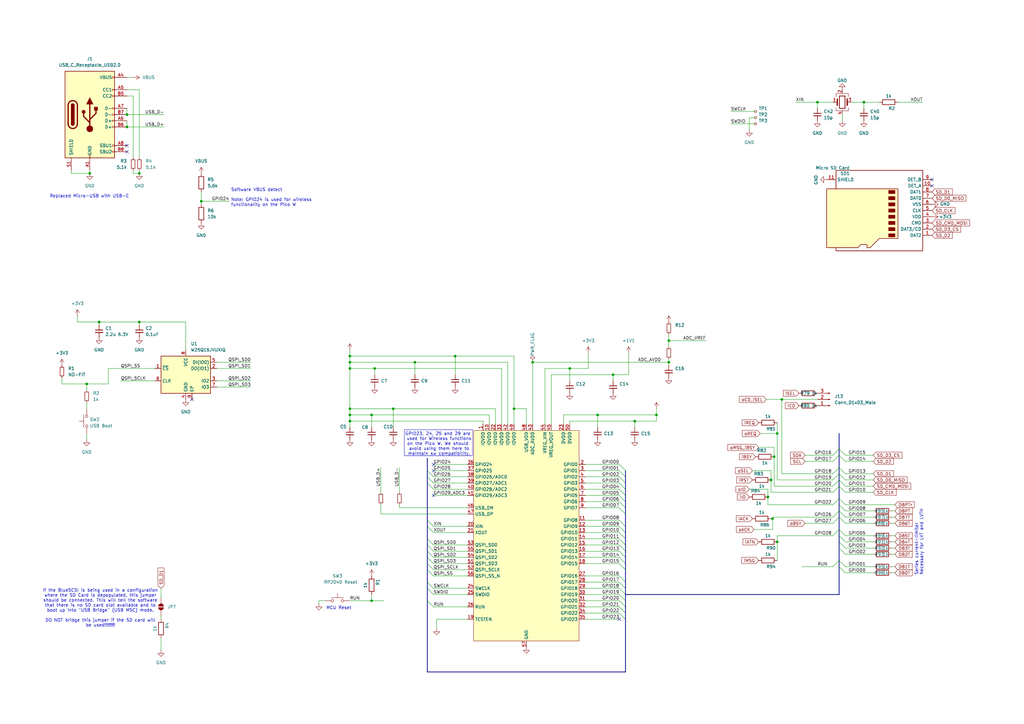
<source format=kicad_sch>
(kicad_sch (version 20231120) (generator "eeschema") (generator_version "8.0")
  (paper "A3")
  (junction (at 314.96 203.835))
  (junction (at 260.35 172.72))
  (junction (at 170.18 148.59))
  (junction (at 210.82 167.64))
  (junction (at 143.51 170.18))
  (junction (at 153.67 151.13))
  (junction (at 82.55 82.55))
  (junction (at 318.77 222.25))
  (junction (at 335.28 41.91))
  (junction (at 186.69 146.05))
  (junction (at 320.675 163.83))
  (junction (at 52.07 52.07))
  (junction (at 152.4 246.38))
  (junction (at 143.51 167.64))
  (junction (at 316.23 196.85))
  (junction (at 354.33 41.91))
  (junction (at 245.11 170.18))
  (junction (at 316.865 212.725))
  (junction (at 40.64 132.08))
  (junction (at 143.51 172.72))
  (junction (at 36.83 71.12))
  (junction (at 318.77 177.8))
  (junction (at 269.24 170.18))
  (junction (at 52.07 46.99))
  (junction (at 218.44 148.59))
  (junction (at 35.56 157.48))
  (junction (at 143.51 146.05))
  (junction (at 143.51 148.59))
  (junction (at 317.5 187.325))
  (junction (at 57.15 71.12))
  (junction (at 57.15 132.08))
  (junction (at 274.32 139.7))
  (junction (at 143.51 151.13))
  (junction (at 233.68 151.13))
  (junction (at 251.46 153.67))
  (junction (at 161.29 167.64))
  (junction (at 152.4 170.18))
  (junction (at 274.32 148.59))
  (no_connect (at 177.8 190.5))
  (no_connect (at 254 254))
  (no_connect (at 382.27 76.2))
  (no_connect (at 177.8 203.2))
  (no_connect (at 78.74 163.83))
  (no_connect (at 177.8 193.04))
  (no_connect (at 52.07 59.69))
  (no_connect (at 52.07 62.23))
  (no_connect (at 382.27 73.66))
  (bus_entry (at 254 200.66) (size 2.54 2.54))
  (bus_entry (at 175.26 246.38) (size 2.54 2.54))
  (bus_entry (at 344.17 222.25) (size 2.54 2.54))
  (bus_entry (at 254 248.92) (size 2.54 2.54))
  (bus_entry (at 254 226.06) (size 2.54 2.54))
  (bus_entry (at 254 198.12) (size 2.54 2.54))
  (bus_entry (at 341.63 219.71) (size 2.54 -2.54))
  (bus_entry (at 254 238.76) (size 2.54 2.54))
  (bus_entry (at 344.17 232.41) (size 2.54 2.54))
  (bus_entry (at 344.17 219.71) (size 2.54 2.54))
  (bus_entry (at 175.26 213.36) (size 2.54 2.54))
  (bus_entry (at 341.63 207.01) (size 2.54 -2.54))
  (bus_entry (at 175.26 193.04) (size 2.54 2.54))
  (bus_entry (at 175.26 195.58) (size 2.54 2.54))
  (bus_entry (at 341.63 194.31) (size 2.54 -2.54))
  (bus_entry (at 344.17 196.85) (size 2.54 2.54))
  (bus_entry (at 175.26 226.06) (size 2.54 2.54))
  (bus_entry (at 175.26 223.52) (size 2.54 2.54))
  (bus_entry (at 175.26 233.68) (size 2.54 2.54))
  (bus_entry (at 344.17 186.69) (size 2.54 2.54))
  (bus_entry (at 175.26 241.3) (size 2.54 2.54))
  (bus_entry (at 341.63 232.41) (size 2.54 -2.54))
  (bus_entry (at 344.17 199.39) (size 2.54 2.54))
  (bus_entry (at 344.17 204.47) (size 2.54 2.54))
  (bus_entry (at 254 228.6) (size 2.54 2.54))
  (bus_entry (at 254 236.22) (size 2.54 2.54))
  (bus_entry (at 344.17 194.31) (size 2.54 2.54))
  (bus_entry (at 254 218.44) (size 2.54 2.54))
  (bus_entry (at 254 246.38) (size 2.54 2.54))
  (bus_entry (at 254 193.04) (size 2.54 2.54))
  (bus_entry (at 254 215.9) (size 2.54 2.54))
  (bus_entry (at 344.17 217.17) (size 2.54 2.54))
  (bus_entry (at 254 190.5) (size 2.54 2.54))
  (bus_entry (at 344.17 184.15) (size 2.54 2.54))
  (bus_entry (at 254 223.52) (size 2.54 2.54))
  (bus_entry (at 254 241.3) (size 2.54 2.54))
  (bus_entry (at 341.63 189.23) (size 2.54 -2.54))
  (bus_entry (at 344.17 212.09) (size 2.54 2.54))
  (bus_entry (at 175.26 238.76) (size 2.54 2.54))
  (bus_entry (at 254 251.46) (size 2.54 2.54))
  (bus_entry (at 344.17 191.77) (size 2.54 2.54))
  (bus_entry (at 254 205.74) (size 2.54 2.54))
  (bus_entry (at 254 195.58) (size 2.54 2.54))
  (bus_entry (at 254 203.2) (size 2.54 2.54))
  (bus_entry (at 175.26 220.98) (size 2.54 2.54))
  (bus_entry (at 344.17 207.01) (size 2.54 2.54))
  (bus_entry (at 254 220.98) (size 2.54 2.54))
  (bus_entry (at 344.17 209.55) (size 2.54 2.54))
  (bus_entry (at 254 231.14) (size 2.54 2.54))
  (bus_entry (at 175.26 231.14) (size 2.54 2.54))
  (bus_entry (at 254 243.84) (size 2.54 2.54))
  (bus_entry (at 344.17 224.79) (size 2.54 2.54))
  (bus_entry (at 175.26 228.6) (size 2.54 2.54))
  (bus_entry (at 341.63 212.09) (size 2.54 -2.54))
  (bus_entry (at 341.63 201.93) (size 2.54 -2.54))
  (bus_entry (at 341.63 199.39) (size 2.54 -2.54))
  (bus_entry (at 344.17 229.87) (size 2.54 2.54))
  (bus_entry (at 175.26 198.12) (size 2.54 2.54))
  (bus_entry (at 341.63 186.69) (size 2.54 -2.54))
  (bus_entry (at 254 208.28) (size 2.54 2.54))
  (bus_entry (at 254 213.36) (size 2.54 2.54))
  (bus_entry (at 341.63 214.63) (size 2.54 -2.54))
  (bus_entry (at 175.26 215.9) (size 2.54 2.54))
  (bus_entry (at 341.63 196.85) (size 2.54 -2.54))
  (wire (pts (xy 367.03 209.55) (xy 365.76 209.55)))
  (wire (pts (xy 143.51 172.72) (xy 143.51 170.18)))
  (bus (pts (xy 175.26 193.04) (xy 175.26 195.58)))
  (bus (pts (xy 344.17 204.47) (xy 344.17 207.01)))
  (wire (pts (xy 326.39 41.91) (xy 335.28 41.91)))
  (bus (pts (xy 256.54 243.84) (xy 256.54 246.38)))
  (wire (pts (xy 49.53 156.21) (xy 63.5 156.21)))
  (bus (pts (xy 256.54 233.68) (xy 256.54 238.76)))
  (wire (pts (xy 177.8 223.52) (xy 191.77 223.52)))
  (wire (pts (xy 316.23 193.04) (xy 316.23 196.85)))
  (wire (pts (xy 367.03 214.63) (xy 365.76 214.63)))
  (wire (pts (xy 360.68 41.91) (xy 354.33 41.91)))
  (wire (pts (xy 240.03 193.04) (xy 254 193.04)))
  (wire (pts (xy 240.03 236.22) (xy 254 236.22)))
  (wire (pts (xy 76.2 132.08) (xy 76.2 143.51)))
  (wire (pts (xy 25.4 157.48) (xy 35.56 157.48)))
  (wire (pts (xy 35.56 157.48) (xy 35.56 160.02)))
  (wire (pts (xy 31.75 132.08) (xy 40.64 132.08)))
  (bus (pts (xy 175.26 228.6) (xy 175.26 231.14)))
  (bus (pts (xy 256.54 198.12) (xy 256.54 200.66)))
  (wire (pts (xy 163.83 191.77) (xy 163.83 201.93)))
  (wire (pts (xy 318.77 177.8) (xy 318.77 196.85)))
  (wire (pts (xy 177.8 228.6) (xy 191.77 228.6)))
  (wire (pts (xy 143.51 151.13) (xy 143.51 148.59)))
  (wire (pts (xy 318.77 196.85) (xy 341.63 196.85)))
  (bus (pts (xy 175.26 241.3) (xy 175.26 246.38)))
  (wire (pts (xy 378.46 41.91) (xy 368.3 41.91)))
  (wire (pts (xy 44.45 157.48) (xy 35.56 157.48)))
  (wire (pts (xy 233.68 151.13) (xy 233.68 156.21)))
  (bus (pts (xy 344.17 209.55) (xy 344.17 212.09)))
  (bus (pts (xy 256.54 243.84) (xy 344.17 243.84)))
  (wire (pts (xy 269.24 170.18) (xy 269.24 172.72)))
  (bus (pts (xy 175.26 233.68) (xy 175.26 238.76)))
  (bus (pts (xy 175.26 220.98) (xy 175.26 223.52)))
  (wire (pts (xy 143.51 170.18) (xy 152.4 170.18)))
  (bus (pts (xy 344.17 186.69) (xy 344.17 191.77)))
  (wire (pts (xy 367.03 224.79) (xy 365.76 224.79)))
  (wire (pts (xy 346.71 194.31) (xy 358.14 194.31)))
  (wire (pts (xy 330.2 186.69) (xy 341.63 186.69)))
  (wire (pts (xy 161.29 167.64) (xy 203.2 167.64)))
  (wire (pts (xy 346.71 227.33) (xy 358.14 227.33)))
  (wire (pts (xy 223.52 151.13) (xy 233.68 151.13)))
  (wire (pts (xy 316.865 212.09) (xy 341.63 212.09)))
  (wire (pts (xy 314.96 207.01) (xy 341.63 207.01)))
  (bus (pts (xy 344.17 191.77) (xy 344.17 194.31)))
  (wire (pts (xy 308.61 193.04) (xy 316.23 193.04)))
  (wire (pts (xy 274.32 139.7) (xy 289.56 139.7)))
  (wire (pts (xy 317.5 199.39) (xy 341.63 199.39)))
  (wire (pts (xy 318.77 219.71) (xy 318.77 222.25)))
  (wire (pts (xy 346.71 212.09) (xy 358.14 212.09)))
  (wire (pts (xy 311.15 183.515) (xy 317.5 183.515)))
  (bus (pts (xy 256.54 208.28) (xy 256.54 210.82)))
  (wire (pts (xy 177.8 195.58) (xy 191.77 195.58)))
  (wire (pts (xy 170.18 148.59) (xy 208.28 148.59)))
  (wire (pts (xy 318.77 222.25) (xy 318.77 229.87)))
  (wire (pts (xy 52.07 44.45) (xy 52.07 46.99)))
  (wire (pts (xy 208.28 148.59) (xy 208.28 173.99)))
  (wire (pts (xy 88.9 156.21) (xy 102.87 156.21)))
  (wire (pts (xy 143.51 170.18) (xy 143.51 167.64)))
  (wire (pts (xy 314.325 163.83) (xy 320.675 163.83)))
  (wire (pts (xy 240.03 223.52) (xy 254 223.52)))
  (wire (pts (xy 44.45 151.13) (xy 44.45 157.48)))
  (bus (pts (xy 344.17 199.39) (xy 344.17 204.47)))
  (wire (pts (xy 316.23 201.93) (xy 316.23 196.85)))
  (wire (pts (xy 57.15 36.83) (xy 57.15 64.77)))
  (wire (pts (xy 223.52 151.13) (xy 223.52 173.99)))
  (wire (pts (xy 316.865 217.17) (xy 316.865 212.725)))
  (wire (pts (xy 274.32 148.59) (xy 274.32 149.86)))
  (wire (pts (xy 52.07 49.53) (xy 52.07 52.07)))
  (wire (pts (xy 240.03 228.6) (xy 254 228.6)))
  (wire (pts (xy 346.71 214.63) (xy 358.14 214.63)))
  (wire (pts (xy 311.785 177.8) (xy 318.77 177.8)))
  (wire (pts (xy 66.04 261.62) (xy 66.04 266.7)))
  (wire (pts (xy 260.35 172.72) (xy 269.24 172.72)))
  (bus (pts (xy 175.26 198.12) (xy 175.26 213.36)))
  (bus (pts (xy 344.17 194.31) (xy 344.17 196.85)))
  (wire (pts (xy 307.34 200.66) (xy 314.96 200.66)))
  (wire (pts (xy 177.8 236.22) (xy 191.77 236.22)))
  (wire (pts (xy 269.24 167.64) (xy 269.24 170.18)))
  (wire (pts (xy 35.56 167.64) (xy 35.56 165.1)))
  (wire (pts (xy 177.8 203.2) (xy 191.77 203.2)))
  (bus (pts (xy 256.54 215.9) (xy 256.54 218.44)))
  (wire (pts (xy 52.07 46.99) (xy 67.31 46.99)))
  (wire (pts (xy 40.64 132.08) (xy 57.15 132.08)))
  (wire (pts (xy 36.83 69.85) (xy 36.83 71.12)))
  (wire (pts (xy 257.81 144.78) (xy 257.81 153.67)))
  (wire (pts (xy 240.03 241.3) (xy 254 241.3)))
  (wire (pts (xy 318.77 173.355) (xy 318.77 177.8)))
  (wire (pts (xy 345.44 49.53) (xy 345.44 46.99)))
  (bus (pts (xy 344.17 229.87) (xy 344.17 232.41)))
  (wire (pts (xy 40.64 132.08) (xy 40.64 133.35)))
  (wire (pts (xy 251.46 153.67) (xy 257.81 153.67)))
  (wire (pts (xy 367.03 219.71) (xy 365.76 219.71)))
  (wire (pts (xy 177.8 241.3) (xy 191.77 241.3)))
  (wire (pts (xy 233.68 173.99) (xy 233.68 172.72)))
  (wire (pts (xy 354.33 41.91) (xy 354.33 44.45)))
  (wire (pts (xy 82.55 82.55) (xy 93.98 82.55)))
  (wire (pts (xy 177.8 248.92) (xy 191.77 248.92)))
  (wire (pts (xy 177.8 198.12) (xy 191.77 198.12)))
  (wire (pts (xy 52.07 31.75) (xy 54.61 31.75)))
  (wire (pts (xy 233.68 151.13) (xy 241.3 151.13)))
  (wire (pts (xy 314.96 200.66) (xy 314.96 203.835)))
  (bus (pts (xy 256.54 241.3) (xy 256.54 243.84)))
  (wire (pts (xy 367.03 234.95) (xy 365.76 234.95)))
  (wire (pts (xy 82.55 82.55) (xy 82.55 83.82)))
  (wire (pts (xy 205.74 151.13) (xy 205.74 173.99)))
  (bus (pts (xy 256.54 228.6) (xy 256.54 231.14)))
  (wire (pts (xy 346.71 219.71) (xy 358.14 219.71)))
  (bus (pts (xy 344.17 222.25) (xy 344.17 224.79)))
  (wire (pts (xy 143.51 167.64) (xy 143.51 151.13)))
  (wire (pts (xy 367.03 227.33) (xy 365.76 227.33)))
  (wire (pts (xy 44.45 151.13) (xy 63.5 151.13)))
  (wire (pts (xy 179.07 254) (xy 179.07 257.81)))
  (wire (pts (xy 240.03 200.66) (xy 254 200.66)))
  (wire (pts (xy 215.9 167.64) (xy 210.82 167.64)))
  (bus (pts (xy 256.54 210.82) (xy 256.54 215.9)))
  (wire (pts (xy 316.23 201.93) (xy 341.63 201.93)))
  (wire (pts (xy 314.96 207.01) (xy 314.96 203.835)))
  (wire (pts (xy 240.03 231.14) (xy 254 231.14)))
  (wire (pts (xy 245.11 170.18) (xy 245.11 175.26)))
  (bus (pts (xy 256.54 218.44) (xy 256.54 220.98)))
  (wire (pts (xy 240.03 218.44) (xy 254 218.44)))
  (wire (pts (xy 186.69 146.05) (xy 210.82 146.05)))
  (wire (pts (xy 156.21 210.82) (xy 191.77 210.82)))
  (wire (pts (xy 328.93 232.41) (xy 341.63 232.41)))
  (wire (pts (xy 346.71 199.39) (xy 358.14 199.39)))
  (wire (pts (xy 29.21 71.12) (xy 36.83 71.12)))
  (wire (pts (xy 335.28 44.45) (xy 335.28 41.91)))
  (bus (pts (xy 256.54 223.52) (xy 256.54 226.06)))
  (wire (pts (xy 240.03 215.9) (xy 254 215.9)))
  (wire (pts (xy 346.71 209.55) (xy 358.14 209.55)))
  (wire (pts (xy 153.67 151.13) (xy 205.74 151.13)))
  (wire (pts (xy 233.68 172.72) (xy 260.35 172.72)))
  (wire (pts (xy 156.21 191.77) (xy 156.21 201.93)))
  (wire (pts (xy 177.8 231.14) (xy 191.77 231.14)))
  (wire (pts (xy 82.55 78.74) (xy 82.55 82.55)))
  (wire (pts (xy 317.5 199.39) (xy 317.5 187.325)))
  (wire (pts (xy 240.03 205.74) (xy 254 205.74)))
  (bus (pts (xy 256.54 248.92) (xy 256.54 251.46)))
  (wire (pts (xy 245.11 170.18) (xy 269.24 170.18)))
  (wire (pts (xy 156.21 210.82) (xy 156.21 207.01)))
  (wire (pts (xy 143.51 167.64) (xy 161.29 167.64)))
  (bus (pts (xy 175.26 223.52) (xy 175.26 226.06)))
  (wire (pts (xy 240.03 190.5) (xy 254 190.5)))
  (wire (pts (xy 88.9 158.75) (xy 102.87 158.75)))
  (wire (pts (xy 203.2 167.64) (xy 203.2 173.99)))
  (wire (pts (xy 152.4 170.18) (xy 200.66 170.18)))
  (wire (pts (xy 240.03 213.36) (xy 254 213.36)))
  (bus (pts (xy 344.17 207.01) (xy 344.17 209.55)))
  (wire (pts (xy 143.51 146.05) (xy 186.69 146.05)))
  (wire (pts (xy 317.5 183.515) (xy 317.5 187.325)))
  (wire (pts (xy 52.07 36.83) (xy 57.15 36.83)))
  (wire (pts (xy 152.4 243.84) (xy 152.4 246.38)))
  (wire (pts (xy 177.8 190.5) (xy 191.77 190.5)))
  (wire (pts (xy 320.675 163.83) (xy 335.28 163.83)))
  (wire (pts (xy 274.32 147.32) (xy 274.32 148.59)))
  (wire (pts (xy 346.71 207.01) (xy 367.03 207.01)))
  (wire (pts (xy 143.51 148.59) (xy 143.51 146.05)))
  (wire (pts (xy 52.07 52.07) (xy 67.31 52.07)))
  (bus (pts (xy 175.26 226.06) (xy 175.26 228.6)))
  (wire (pts (xy 57.15 69.85) (xy 57.15 71.12)))
  (wire (pts (xy 346.71 222.25) (xy 358.14 222.25)))
  (bus (pts (xy 256.54 238.76) (xy 256.54 241.3)))
  (wire (pts (xy 177.8 233.68) (xy 191.77 233.68)))
  (wire (pts (xy 35.56 177.8) (xy 35.56 180.34)))
  (wire (pts (xy 54.61 69.85) (xy 54.61 71.12)))
  (bus (pts (xy 256.54 193.04) (xy 256.54 195.58)))
  (wire (pts (xy 54.61 39.37) (xy 54.61 64.77)))
  (wire (pts (xy 25.4 157.48) (xy 25.4 154.94)))
  (wire (pts (xy 320.675 194.31) (xy 341.63 194.31)))
  (wire (pts (xy 240.03 243.84) (xy 254 243.84)))
  (bus (pts (xy 256.54 205.74) (xy 256.54 208.28)))
  (wire (pts (xy 29.21 69.85) (xy 29.21 71.12)))
  (wire (pts (xy 346.71 234.95) (xy 358.14 234.95)))
  (wire (pts (xy 161.29 167.64) (xy 161.29 175.26)))
  (bus (pts (xy 344.17 224.79) (xy 344.17 229.87)))
  (wire (pts (xy 354.33 41.91) (xy 349.25 41.91)))
  (bus (pts (xy 256.54 226.06) (xy 256.54 228.6)))
  (wire (pts (xy 210.82 167.64) (xy 210.82 173.99)))
  (wire (pts (xy 346.71 232.41) (xy 358.14 232.41)))
  (wire (pts (xy 57.15 132.08) (xy 57.15 133.35)))
  (wire (pts (xy 177.8 243.84) (xy 191.77 243.84)))
  (wire (pts (xy 226.06 153.67) (xy 226.06 173.99)))
  (bus (pts (xy 344.17 232.41) (xy 344.17 243.84)))
  (wire (pts (xy 153.67 151.13) (xy 153.67 153.67)))
  (wire (pts (xy 152.4 170.18) (xy 152.4 175.26)))
  (bus (pts (xy 344.17 212.09) (xy 344.17 217.17)))
  (wire (pts (xy 299.72 50.8) (xy 309.88 50.8)))
  (wire (pts (xy 241.3 144.78) (xy 241.3 151.13)))
  (bus (pts (xy 344.17 184.15) (xy 344.17 186.69)))
  (wire (pts (xy 88.9 148.59) (xy 102.87 148.59)))
  (bus (pts (xy 175.26 231.14) (xy 175.26 233.68)))
  (bus (pts (xy 256.54 231.14) (xy 256.54 233.68)))
  (wire (pts (xy 231.14 170.18) (xy 245.11 170.18)))
  (wire (pts (xy 367.03 232.41) (xy 365.76 232.41)))
  (wire (pts (xy 240.03 226.06) (xy 254 226.06)))
  (wire (pts (xy 163.83 207.01) (xy 163.83 208.28)))
  (bus (pts (xy 256.54 203.2) (xy 256.54 205.74)))
  (wire (pts (xy 152.4 246.38) (xy 157.48 246.38)))
  (bus (pts (xy 344.17 177.8) (xy 344.17 184.15)))
  (bus (pts (xy 175.26 187.96) (xy 175.26 193.04)))
  (wire (pts (xy 240.03 254) (xy 254 254)))
  (wire (pts (xy 163.83 208.28) (xy 191.77 208.28)))
  (wire (pts (xy 198.12 173.99) (xy 198.12 172.72)))
  (wire (pts (xy 318.77 219.71) (xy 341.63 219.71)))
  (wire (pts (xy 179.07 254) (xy 191.77 254)))
  (wire (pts (xy 240.03 248.92) (xy 254 248.92)))
  (wire (pts (xy 231.14 173.99) (xy 231.14 170.18)))
  (bus (pts (xy 256.54 200.66) (xy 256.54 203.2)))
  (wire (pts (xy 210.82 146.05) (xy 210.82 167.64)))
  (wire (pts (xy 330.2 189.23) (xy 341.63 189.23)))
  (wire (pts (xy 316.23 212.725) (xy 316.865 212.725)))
  (wire (pts (xy 240.03 251.46) (xy 254 251.46)))
  (wire (pts (xy 31.75 129.54) (xy 31.75 132.08)))
  (wire (pts (xy 240.03 220.98) (xy 254 220.98)))
  (wire (pts (xy 66.04 241.3) (xy 66.04 245.11)))
  (wire (pts (xy 335.28 41.91) (xy 341.63 41.91)))
  (wire (pts (xy 346.71 201.93) (xy 358.14 201.93)))
  (wire (pts (xy 130.81 246.38) (xy 130.81 247.65)))
  (wire (pts (xy 320.675 163.83) (xy 320.675 194.31)))
  (bus (pts (xy 256.54 254) (xy 256.54 275.59)))
  (wire (pts (xy 218.44 148.59) (xy 218.44 173.99)))
  (wire (pts (xy 143.51 143.51) (xy 143.51 146.05)))
  (wire (pts (xy 346.71 186.69) (xy 358.14 186.69)))
  (wire (pts (xy 186.69 146.05) (xy 186.69 153.67)))
  (bus (pts (xy 344.17 219.71) (xy 344.17 222.25)))
  (wire (pts (xy 177.8 193.04) (xy 191.77 193.04)))
  (wire (pts (xy 240.03 208.28) (xy 254 208.28)))
  (bus (pts (xy 175.26 213.36) (xy 175.26 215.9)))
  (bus (pts (xy 175.26 238.76) (xy 175.26 241.3)))
  (wire (pts (xy 240.03 198.12) (xy 254 198.12)))
  (wire (pts (xy 226.06 153.67) (xy 251.46 153.67)))
  (wire (pts (xy 177.8 215.9) (xy 191.77 215.9)))
  (wire (pts (xy 346.71 189.23) (xy 358.14 189.23)))
  (bus (pts (xy 256.54 220.98) (xy 256.54 223.52)))
  (wire (pts (xy 240.03 246.38) (xy 254 246.38)))
  (bus (pts (xy 256.54 195.58) (xy 256.54 198.12)))
  (bus (pts (xy 175.26 246.38) (xy 175.26 275.59)))
  (wire (pts (xy 251.46 153.67) (xy 251.46 156.21)))
  (bus (pts (xy 175.26 195.58) (xy 175.26 198.12)))
  (wire (pts (xy 177.8 226.06) (xy 191.77 226.06)))
  (wire (pts (xy 274.32 137.16) (xy 274.32 139.7)))
  (wire (pts (xy 143.51 246.38) (xy 152.4 246.38)))
  (wire (pts (xy 88.9 151.13) (xy 102.87 151.13)))
  (wire (pts (xy 307.34 48.26) (xy 307.34 53.34)))
  (wire (pts (xy 177.8 218.44) (xy 191.77 218.44)))
  (wire (pts (xy 52.07 39.37) (xy 54.61 39.37)))
  (bus (pts (xy 256.54 246.38) (xy 256.54 248.92)))
  (wire (pts (xy 274.32 139.7) (xy 274.32 142.24)))
  (bus (pts (xy 344.17 217.17) (xy 344.17 219.71)))
  (wire (pts (xy 177.8 200.66) (xy 191.77 200.66)))
  (bus (pts (xy 256.54 251.46) (xy 256.54 254)))
  (bus (pts (xy 344.17 196.85) (xy 344.17 199.39)))
  (wire (pts (xy 240.03 238.76) (xy 254 238.76)))
  (wire (pts (xy 218.44 148.59) (xy 274.32 148.59)))
  (wire (pts (xy 367.03 222.25) (xy 365.76 222.25)))
  (wire (pts (xy 240.03 203.2) (xy 254 203.2)))
  (wire (pts (xy 309.245 217.17) (xy 316.865 217.17)))
  (wire (pts (xy 143.51 172.72) (xy 198.12 172.72)))
  (wire (pts (xy 346.71 224.79) (xy 358.14 224.79)))
  (wire (pts (xy 200.66 170.18) (xy 200.66 173.99)))
  (wire (pts (xy 330.2 214.63) (xy 341.63 214.63)))
  (bus (pts (xy 175.26 215.9) (xy 175.26 220.98)))
  (wire (pts (xy 316.865 212.09) (xy 316.865 212.725)))
  (wire (pts (xy 66.04 252.73) (xy 66.04 254)))
  (wire (pts (xy 143.51 151.13) (xy 153.67 151.13)))
  (wire (pts (xy 57.15 132.08) (xy 76.2 132.08)))
  (wire (pts (xy 54.61 71.12) (xy 57.15 71.12)))
  (wire (pts (xy 299.72 45.72) (xy 309.88 45.72)))
  (bus (pts (xy 175.26 275.59) (xy 256.54 275.59)))
  (wire (pts (xy 240.03 195.58) (xy 254 195.58)))
  (wire (pts (xy 170.18 148.59) (xy 170.18 153.67)))
  (wire (pts (xy 346.71 196.85) (xy 358.14 196.85)))
  (wire (pts (xy 367.03 212.09) (xy 365.76 212.09)))
  (wire (pts (xy 133.35 246.38) (xy 130.81 246.38)))
  (wire (pts (xy 143.51 148.59) (xy 170.18 148.59)))
  (wire (pts (xy 215.9 167.64) (xy 215.9 173.99)))
  (wire (pts (xy 143.51 172.72) (xy 143.51 175.26)))
  (wire (pts (xy 260.35 172.72) (xy 260.35 175.26)))
  (wire (pts (xy 309.88 48.26) (xy 307.34 48.26)))
  (rectangle (start 165.862 176.276) (end 193.802 186.944))
  (text "Replaced Micro-USB with USB-C" (at 20.32 81.28 0) (effects (font (size 1.27 1.27)) (justify left bottom)))
  (text "GPIO23, 24, 25 and 29 are \nused for Wireless functions\non the Pico W. We should \navoid using them here to\nmaintain sw compatibility." (at 180.086 182.118 0) (effects (font (size 1.27 1.27))))
  (text "If the BlueSCSI is being used in a configuration\nwhere the SD Card is depopulated, this jumper\nshould be connected. This will tell the software\nthat there is no SD card slot available and to\nboot up into \"USB Bridge\" (USB MSC) mode.\n\nDO NOT bridge this jumper if the SD card will\nbe used!!!!!!!" (at 41.148 249.428 0) (effects (font (size 1.27 1.27))))
  (text "Software VBUS detect\n\nNote: GPIO24 is used for wireless\nfunctionality on the Pico W" (at 94.742 84.836 0) (effects (font (size 1.27 1.27)) (justify left bottom)))
  (text "MCU Reset" (at 138.938 249.428 0) (effects (font (size 1.27 1.27))))
  (text "Series current-limiter\nNecessary for LVT and LVTH" (at 378.714 235.966 90) (effects (font (size 1.27 1.27)) (justify left bottom)))
  (label "GPIO10" (at 347.98 201.93 0))
  (label "GPIO05" (at 254 203.2 180))
  (label "GPIO09" (at 254 215.9 180))
  (label "GPIO07" (at 254 208.28 180))
  (label "GPIO16" (at 334.01 186.69 0))
  (label "QSPI_SD0" (at 102.87 148.59 180))
  (label "QSPI_SD2" (at 177.8 228.6 0))
  (label "GPIO06" (at 254 205.74 180))
  (label "GPIO00" (at 347.98 234.95 0))
  (label "XIN" (at 177.8 215.9 0))
  (label "XOUT" (at 177.8 218.44 0))
  (label "GPIO26" (at 177.8 195.58 0))
  (label "GPIO21" (at 254 248.92 180))
  (label "GPIO09" (at 347.98 207.01 0))
  (label "GPIO00" (at 254 190.5 180))
  (label "GPIO07" (at 347.98 212.09 0))
  (label "QSPI_SD3" (at 102.87 158.75 180))
  (label "GPIO10" (at 254 218.44 180))
  (label "GPIO15" (at 347.98 186.69 0))
  (label "ADC_AVDD" (at 261.62 148.59 0))
  (label "GPIO08" (at 347.98 209.55 0))
  (label "GPIO22" (at 334.01 207.01 0))
  (label "XIN" (at 326.39 41.91 0))
  (label "GPIO02" (at 254 195.58 180))
  (label "GPIO06" (at 347.98 214.63 0))
  (label "QSPI_SD1" (at 177.8 226.06 0))
  (label "GPIO03" (at 347.98 224.79 0))
  (label "GPIO20" (at 254 246.38 180))
  (label "GPIO19" (at 254 243.84 180))
  (label "GPIO20" (at 334.01 199.39 0))
  (label "GPIO26" (at 334.01 212.09 0))
  (label "GPIO04" (at 254 200.66 180))
  (label "USB_D-" (at 67.31 46.99 180))
  (label "GPIO14" (at 347.98 189.23 0))
  (label "USB_D-" (at 163.83 191.77 270))
  (label "SWCLK" (at 299.72 45.72 0))
  (label "GPIO01" (at 254 193.04 180))
  (label "GPIO27" (at 177.8 198.12 0))
  (label "GPIO17" (at 334.01 189.23 0))
  (label "QSPI_SD0" (at 177.8 223.52 0))
  (label "GPIO08" (at 254 213.36 180))
  (label "GPIO25" (at 177.8 193.04 0))
  (label "QSPI_SD3" (at 177.8 231.14 0))
  (label "QSPI_SD1" (at 102.87 151.13 180))
  (label "GPIO14" (at 254 228.6 180))
  (label "GPIO11" (at 347.98 199.39 0))
  (label "XOUT" (at 378.46 41.91 180))
  (label "GPIO19" (at 334.01 196.85 0))
  (label "GPIO13" (at 347.98 194.31 0))
  (label "GPIO05" (at 347.98 219.71 0))
  (label "GPIO24" (at 177.8 190.5 0))
  (label "RUN" (at 143.51 246.38 0))
  (label "SWDIO" (at 299.72 50.8 0))
  (label "GPIO28" (at 177.8 200.66 0))
  (label "USB_D+" (at 156.21 191.77 270))
  (label "GPIO11" (at 254 220.98 180))
  (label "GPIO18" (at 254 241.3 180))
  (label "GPIO18" (at 334.01 194.31 0))
  (label "GPIO27" (at 334.01 214.63 0))
  (label "QSPI_SS" (at 177.8 236.22 0))
  (label "GPIO22" (at 254 251.46 180))
  (label "GPIO23" (at 254 254 180))
  (label "USB_D+" (at 67.31 52.07 180))
  (label "GPIO29_ADC3" (at 177.8 203.2 0))
  (label "GPIO04" (at 347.98 222.25 0))
  (label "GPIO28" (at 334.01 219.71 0))
  (label "GPIO12" (at 254 223.52 180))
  (label "GPIO16" (at 254 236.22 180))
  (label "QSPI_SCLK" (at 49.53 156.21 0))
  (label "RUN" (at 335.28 232.41 0))
  (label "ADC_VREF" (at 289.56 139.7 180))
  (label "GPIO01" (at 347.98 232.41 0))
  (label "GPIO15" (at 254 231.14 180))
  (label "GPIO12" (at 347.98 196.85 0))
  (label "QSPI_SS" (at 49.53 151.13 0))
  (label "QSPI_SCLK" (at 177.8 233.68 0))
  (label "GPIO17" (at 254 238.76 180))
  (label "GPIO02" (at 347.98 227.33 0))
  (label "SWCLK" (at 177.8 241.3 0))
  (label "GPIO03" (at 254 198.12 180))
  (label "RUN" (at 177.8 248.92 0))
  (label "GPIO13" (at 254 226.06 180))
  (label "GPIO21" (at 334.01 201.93 0))
  (label "GPIO24" (at 93.98 82.55 180))
  (label "SWDIO" (at 177.8 243.84 0))
  (label "QSPI_SD2" (at 102.87 156.21 180))
  (global_label "oSEL" (shape input) (at 308.61 193.04 180) (property "Intersheetrefs" "${INTERSHEET_REFS}" (effects (hide yes))))
  (global_label "SD_D3_CS" (shape input) (at 382.27 93.98 0) (property "Intersheetrefs" "${INTERSHEET_REFS}" (effects (hide yes))))
  (global_label "DB5T" (shape input) (at 367.03 219.71 0) (property "Intersheetrefs" "${INTERSHEET_REFS}" (effects (hide yes))))
  (global_label "SDA" (shape input) (at 330.2 186.69 180) (property "Intersheetrefs" "${INTERSHEET_REFS}" (effects (hide yes))))
  (global_label "DB6T" (shape input) (at 367.03 214.63 0) (property "Intersheetrefs" "${INTERSHEET_REFS}" (effects (hide yes))))
  (global_label "SD_D0_MISO" (shape input) (at 382.27 81.28 0) (property "Intersheetrefs" "${INTERSHEET_REFS}" (effects (hide yes))))
  (global_label "iSEL" (shape input) (at 327.66 161.29 180) (property "Intersheetrefs" "${INTERSHEET_REFS}" (effects (hide yes))))
  (global_label "iMSG" (shape input) (at 311.15 229.87 180) (property "Intersheetrefs" "${INTERSHEET_REFS}" (effects (hide yes))))
  (global_label "oREQ" (shape input) (at 311.785 177.8 180) (property "Intersheetrefs" "${INTERSHEET_REFS}" (effects (hide yes))))
  (global_label "DB0T" (shape input) (at 367.03 234.95 0) (property "Intersheetrefs" "${INTERSHEET_REFS}" (effects (hide yes))))
  (global_label "SD_CMD_MOSI" (shape input) (at 382.27 91.44 0) (property "Intersheetrefs" "${INTERSHEET_REFS}" (effects (hide yes))))
  (global_label "iREQ" (shape input) (at 311.15 173.355 180) (property "Intersheetrefs" "${INTERSHEET_REFS}" (effects (hide yes))))
  (global_label "SD_CMD_MOSI" (shape input) (at 358.14 199.39 0) (property "Intersheetrefs" "${INTERSHEET_REFS}" (effects (hide yes))))
  (global_label "DB2T" (shape input) (at 367.03 227.33 0) (property "Intersheetrefs" "${INTERSHEET_REFS}" (effects (hide yes))))
  (global_label "iACK" (shape input) (at 308.61 212.725 180) (property "Intersheetrefs" "${INTERSHEET_REFS}" (effects (hide yes))))
  (global_label "DB4T" (shape input) (at 367.03 222.25 0) (property "Intersheetrefs" "${INTERSHEET_REFS}" (effects (hide yes))))
  (global_label "oBSY" (shape input) (at 330.2 214.63 180) (property "Intersheetrefs" "${INTERSHEET_REFS}" (effects (hide yes))))
  (global_label "SD_CLK" (shape input) (at 358.14 201.93 0) (property "Intersheetrefs" "${INTERSHEET_REFS}" (effects (hide yes))))
  (global_label "iBSY" (shape input) (at 309.88 187.325 180) (property "Intersheetrefs" "${INTERSHEET_REFS}" (effects (hide yes))))
  (global_label "SD_D2" (shape input) (at 358.14 189.23 0) (property "Intersheetrefs" "${INTERSHEET_REFS}" (effects (hide yes))))
  (global_label "iCD" (shape input) (at 327.66 166.37 180) (property "Intersheetrefs" "${INTERSHEET_REFS}" (effects (hide yes))))
  (global_label "SD_D1" (shape input) (at 382.27 78.74 0) (property "Intersheetrefs" "${INTERSHEET_REFS}" (effects (hide yes))))
  (global_label "oMSG_iBSY" (shape input) (at 311.15 183.515 180) (property "Intersheetrefs" "${INTERSHEET_REFS}" (effects (hide yes))))
  (global_label "iIO" (shape input) (at 307.34 203.835 180) (property "Intersheetrefs" "${INTERSHEET_REFS}" (effects (hide yes))))
  (global_label "oACK" (shape input) (at 309.245 217.17 180) (property "Intersheetrefs" "${INTERSHEET_REFS}" (effects (hide yes))))
  (global_label "DBPTr" (shape input) (at 367.03 207.01 0) (property "Intersheetrefs" "${INTERSHEET_REFS}" (effects (hide yes))))
  (global_label "SD_CLK" (shape input) (at 382.27 86.36 0) (property "Intersheetrefs" "${INTERSHEET_REFS}" (effects (hide yes))))
  (global_label "SD_D3_CS" (shape input) (at 358.14 186.69 0) (property "Intersheetrefs" "${INTERSHEET_REFS}" (effects (hide yes))))
  (global_label "iRST" (shape input) (at 308.61 196.85 180) (property "Intersheetrefs" "${INTERSHEET_REFS}" (effects (hide yes))))
  (global_label "DBPT" (shape input) (at 367.03 209.55 0) (property "Intersheetrefs" "${INTERSHEET_REFS}" (effects (hide yes))))
  (global_label "oIO" (shape input) (at 307.34 200.66 180) (property "Intersheetrefs" "${INTERSHEET_REFS}" (effects (hide yes))))
  (global_label "SCL" (shape input) (at 330.2 189.23 180) (property "Intersheetrefs" "${INTERSHEET_REFS}" (effects (hide yes))))
  (global_label "SD_D1" (shape input) (at 358.14 194.31 0) (property "Intersheetrefs" "${INTERSHEET_REFS}" (effects (hide yes))))
  (global_label "oCD_iSEL" (shape input) (at 314.325 163.83 180) (property "Intersheetrefs" "${INTERSHEET_REFS}" (effects (hide yes))))
  (global_label "SD_D2" (shape input) (at 382.27 96.52 0) (property "Intersheetrefs" "${INTERSHEET_REFS}" (effects (hide yes))))
  (global_label "SD_D0_MISO" (shape input) (at 358.14 196.85 0) (property "Intersheetrefs" "${INTERSHEET_REFS}" (effects (hide yes))))
  (global_label "SD_D1" (shape input) (at 66.04 241.3 90) (property "Intersheetrefs" "${INTERSHEET_REFS}" (effects (hide yes))))
  (global_label "iATN" (shape input) (at 311.15 222.25 180) (property "Intersheetrefs" "${INTERSHEET_REFS}" (effects (hide yes))))
  (global_label "DB3T" (shape input) (at 367.03 224.79 0) (property "Intersheetrefs" "${INTERSHEET_REFS}" (effects (hide yes))))
  (global_label "DB1T" (shape input) (at 367.03 232.41 0) (property "Intersheetrefs" "${INTERSHEET_REFS}" (effects (hide yes))))
  (global_label "DB7T" (shape input) (at 367.03 212.09 0) (property "Intersheetrefs" "${INTERSHEET_REFS}" (effects (hide yes))))
  (symbol (lib_id "Device:C_Small") (at 335.28 46.99 0) (unit 1)
    (property "Reference" "C42" (at 337.82 45.7262 0) (effects (justify left)))
    (property "Value" "15p" (at 337.82 48.2662 0) (effects (justify left)))
    (property "Footprint" "Capacitor_SMD:C_0402_1005Metric" (effects (hide yes)))
    (property "Description" "Unpolarized capacitor, small symbol" (effects (hide yes)))
    (property "LCSC" "C1548" (effects (hide yes)))
  )
  (symbol (lib_id "power:+3V3") (at 274.32 132.08 0) (unit 1)
    (property "Reference" "#PWR035" (effects (hide yes)))
    (property "Value" "+3V3" (effects (hide yes)))
  )
  (symbol (lib_id "Device:R") (at 361.95 222.25 90) (unit 1)
    (property "Reference" "R91" (at 360.68 222.25 90))
    (property "Value" "1k" (at 363.22 222.25 90))
    (property "Footprint" "Resistor_SMD:R_0402_1005Metric" (effects (hide yes)))
    (property "LCSC" "C11702" (effects (hide yes)))
  )
  (symbol (lib_id "Memory_Flash:W25Q32JVZP") (at 76.2 153.67 0) (unit 1)
    (property "Reference" "U1" (at 78.2194 140.97 0) (effects (justify left)))
    (property "Value" "W25Q16JVUXIQ" (at 78.2194 143.51 0) (effects (justify left)))
    (property "Footprint" "Package_SON:Winbond_USON-8-1EP_3x2mm_P0.5mm_EP0.2x1.6mm" (effects (hide yes)))
    (property "LCSC" "C2843335" (effects (hide yes)))
    (property "Part Number" "W25Q16JVUXIQ" (effects (hide yes)))
  )
  (symbol (lib_id "power:GND") (at 186.69 158.75 0) (unit 1)
    (property "Reference" "#PWR025" (effects (hide yes)))
    (property "Value" "GND" (effects (hide yes)))
  )
  (symbol (lib_id "Device:R") (at 364.49 41.91 270) (unit 1)
    (property "Reference" "R2" (at 365.76 44.45 90))
    (property "Value" "1k" (at 364.49 39.37 90))
    (property "Footprint" "Resistor_SMD:R_0402_1005Metric" (effects (hide yes)))
    (property "LCSC" "C11702" (effects (hide yes)))
  )
  (symbol (lib_id "power:GND") (at 245.11 180.34 0) (unit 1)
    (property "Reference" "#PWR030" (effects (hide yes)))
    (property "Value" "GND" (effects (hide yes)))
  )
  (symbol (lib_id "Device:C_Small") (at 153.67 156.21 0) (unit 1)
    (property "Reference" "C7" (at 156.21 156.2162 0) (effects (justify left)))
    (property "Value" "0.1uF" (effects (hide yes)))
    (property "Footprint" "Capacitor_SMD:C_0402_1005Metric" (effects (hide yes)))
    (property "Description" "Unpolarized capacitor, small symbol" (effects (hide yes)))
    (property "LCSC" "C307331" (effects (hide yes)))
    (property "Part Number" "CL03A104KQ3NNNC" (effects (hide yes)))
  )
  (symbol (lib_id "Device:R_Small") (at 274.32 144.78 0) (unit 1)
    (property "Reference" "R13" (effects (hide yes)))
    (property "Value" "1R" (effects (hide yes)))
    (property "Footprint" "Resistor_SMD:R_0402_1005Metric" (effects (hide yes)))
    (property "Description" "1R 1% 63mW" (effects (hide yes)))
    (property "LCSC" "C25086" (effects (hide yes)))
    (property "Part Number" "RC0402FR-071RL" (effects (hide yes)))
  )
  (symbol (lib_id "Device:R") (at 361.95 232.41 90) (unit 1)
    (property "Reference" "R95" (at 360.68 232.41 90))
    (property "Value" "1k" (at 363.22 232.41 90))
    (property "Footprint" "Resistor_SMD:R_0402_1005Metric" (effects (hide yes)))
    (property "LCSC" "C11702" (effects (hide yes)))
  )
  (symbol (lib_id "power:GND") (at 152.4 180.34 0) (unit 1)
    (property "Reference" "#PWR022" (effects (hide yes)))
    (property "Value" "GND" (effects (hide yes)))
  )
  (symbol (lib_id "power:GND") (at 233.68 161.29 0) (unit 1)
    (property "Reference" "#PWR028" (effects (hide yes)))
    (property "Value" "GND" (effects (hide yes)))
  )
  (symbol (lib_id "Device:R") (at 313.69 187.325 90) (unit 1)
    (property "Reference" "R82" (at 312.42 184.785 90))
    (property "Value" "1k" (at 313.69 189.865 90))
    (property "Footprint" "Resistor_SMD:R_0402_1005Metric" (effects (hide yes)))
    (property "LCSC" "C11702" (effects (hide yes)))
  )
  (symbol (lib_id "power:GND") (at 170.18 158.75 0) (unit 1)
    (property "Reference" "#PWR023" (effects (hide yes)))
    (property "Value" "GND" (effects (hide yes)))
  )
  (symbol (lib_id "Device:R_Small") (at 274.32 134.62 0) (unit 1)
    (property "Reference" "R12" (at 276.86 133.3499 0) (effects (justify left)))
    (property "Value" "200R" (effects (hide yes)))
    (property "Footprint" "Resistor_SMD:R_0402_1005Metric" (effects (hide yes)))
    (property "Description" "200R 1% 100mW" (effects (hide yes)))
    (property "LCSC" "C25087" (effects (hide yes)))
    (property "Part Number" "RMCF0603FT200R" (effects (hide yes)))
  )
  (symbol (lib_id "Device:R") (at 361.95 224.79 90) (unit 1)
    (property "Reference" "R92" (at 360.68 224.79 90))
    (property "Value" "1k" (at 363.22 224.79 90))
    (property "Footprint" "Resistor_SMD:R_0402_1005Metric" (effects (hide yes)))
    (property "LCSC" "C11702" (effects (hide yes)))
  )
  (symbol (lib_id "power:GND") (at 339.09 73.66 270) (unit 1)
    (property "Reference" "#PWR020" (effects (hide yes)))
    (property "Value" "GND" (at 334.6958 73.787 0))
  )
  (symbol (lib_id "Device:R") (at 314.96 173.355 270) (unit 1)
    (property "Reference" "R81" (at 316.23 175.895 90))
    (property "Value" "1k" (at 314.96 170.815 90))
    (property "Footprint" "Resistor_SMD:R_0402_1005Metric" (effects (hide yes)))
    (property "LCSC" "C11702" (effects (hide yes)))
  )
  (symbol (lib_id "Device:C_Small") (at 152.4 177.8 0) (unit 1)
    (property "Reference" "C8" (at 148.336 175.26 0) (effects (justify left)))
    (property "Value" "0.1uF" (effects (hide yes)))
    (property "Footprint" "Capacitor_SMD:C_0402_1005Metric" (effects (hide yes)))
    (property "Description" "Unpolarized capacitor, small symbol" (effects (hide yes)))
    (property "LCSC" "C307331" (effects (hide yes)))
    (property "Part Number" "CL03A104KQ3NNNC" (effects (hide yes)))
  )
  (symbol (lib_id "Device:C_Small") (at 233.68 158.75 0) (unit 1)
    (property "Reference" "C12" (at 236.22 157.4862 0) (effects (justify left)))
    (property "Value" "2.2u 6.3V" (effects (hide yes)))
    (property "Footprint" "Capacitor_SMD:C_0402_1005Metric" (effects (hide yes)))
    (property "LCSC" "C12530" (effects (hide yes)))
    (property "Part Number" "CL05A225KQ5NNNC" (effects (hide yes)))
  )
  (symbol (lib_id "Device:R_Small") (at 35.56 162.56 0) (unit 1)
    (property "Reference" "R2" (at 38.1 161.2899 0) (effects (justify left)))
    (property "Value" "1k" (at 38.1 163.8299 0) (effects (justify left)))
    (property "Footprint" "Resistor_SMD:R_0402_1005Metric" (effects (hide yes)))
    (property "Description" "1k 1% 63mW" (effects (hide yes)))
    (property "LCSC" "C11702" (effects (hide yes)))
    (property "Part Number" "RC0402FR-071KL" (effects (hide yes)))
  )
  (symbol (lib_id "power:GND") (at 40.64 138.43 0) (unit 1)
    (property "Reference" "#PWR05" (effects (hide yes)))
    (property "Value" "GND" (at 40.64 143.51 0))
  )
  (symbol (lib_id "power:+3V3") (at 241.3 144.78 0) (unit 1)
    (property "Reference" "#PWR029" (effects (hide yes)))
    (property "Value" "+3V3" (at 241.3 139.7 0))
  )
  (symbol (lib_id "power:GND") (at 161.29 180.34 0) (unit 1)
    (property "Reference" "#PWR024" (effects (hide yes)))
    (property "Value" "GND" (effects (hide yes)))
  )
  (symbol (lib_id "Device:C_Small") (at 260.35 177.8 0) (unit 1)
    (property "Reference" "C15" (at 262.89 177.8062 0) (effects (justify left)))
    (property "Value" "0.1uF" (effects (hide yes)))
    (property "Footprint" "Capacitor_SMD:C_0402_1005Metric" (effects (hide yes)))
    (property "Description" "Unpolarized capacitor, small symbol" (effects (hide yes)))
    (property "LCSC" "C307331" (effects (hide yes)))
    (property "Part Number" "CL03A104KQ3NNNC" (effects (hide yes)))
  )
  (symbol (lib_id "Device:R") (at 361.95 209.55 90) (unit 1)
    (property "Reference" "R85" (at 360.68 209.55 90))
    (property "Value" "1k" (at 363.22 209.55 90))
    (property "Footprint" "Resistor_SMD:R_0402_1005Metric" (effects (hide yes)))
    (property "LCSC" "C11702" (effects (hide yes)))
  )
  (symbol (lib_id "Device:R") (at 312.42 212.725 270) (unit 1)
    (property "Reference" "R86" (at 313.69 215.265 90))
    (property "Value" "1k" (at 312.42 210.185 90))
    (property "Footprint" "Resistor_SMD:R_0402_1005Metric" (effects (hide yes)))
    (property "LCSC" "C11702" (effects (hide yes)))
  )
  (symbol (lib_id "Device:R_Small") (at 54.61 67.31 0) (mirror x) (unit 1)
    (property "Reference" "R3" (at 52.07 66.0399 0) (effects (justify right)))
    (property "Value" "5.1k" (at 52.07 68.5799 0) (effects (justify right)))
    (property "Footprint" "Resistor_SMD:R_0402_1005Metric" (effects (hide yes)))
    (property "Description" "5.1k 1% 63mW" (effects (hide yes)))
    (property "LCSC" "C25905" (effects (hide yes)))
    (property "Part Number" "RC0402FR-075K1L" (effects (hide yes)))
  )
  (symbol (lib_id "power:VBUS") (at 82.55 71.12 0) (unit 1)
    (property "Reference" "#PWR010" (effects (hide yes)))
    (property "Value" "VBUS" (at 82.55 66.04 0))
  )
  (symbol (lib_id "power:+3V3") (at 25.4 149.86 0) (unit 1)
    (property "Reference" "#PWR01" (effects (hide yes)))
    (property "Value" "+3V3" (at 25.4 144.78 0))
  )
  (symbol (lib_id "Connector:TestPoint_Small") (at 309.88 45.72 180) (unit 1)
    (property "Reference" "TP1" (at 311.15 44.4499 0) (effects (justify right)))
    (property "Value" "TestPoint_Small" (effects (hide yes)))
    (property "Footprint" "TestPoint:TestPoint_Pad_D1.0mm" (effects (hide yes)))
    (property "Description" "test point" (effects (hide yes)))
  )
  (symbol (lib_id "power:GND") (at 215.9 265.43 0) (unit 1)
    (property "Reference" "#PWR027" (effects (hide yes)))
    (property "Value" "GND" (effects (hide yes)))
  )
  (symbol (lib_id "Device:R") (at 314.96 229.87 270) (unit 1)
    (property "Reference" "R94" (at 316.23 232.41 90))
    (property "Value" "1k" (at 314.96 227.33 90))
    (property "Footprint" "Resistor_SMD:R_0402_1005Metric" (effects (hide yes)))
    (property "LCSC" "C11702" (effects (hide yes)))
  )
  (symbol (lib_id "power:+3V3") (at 143.51 143.51 0) (unit 1)
    (property "Reference" "#PWR017" (effects (hide yes)))
    (property "Value" "+3V3" (effects (hide yes)))
  )
  (symbol (lib_id "power:+3V3") (at 31.75 129.54 0) (unit 1)
    (property "Reference" "#PWR02" (effects (hide yes)))
    (property "Value" "+3V3" (at 31.75 124.46 0))
  )
  (symbol (lib_id "power:GND") (at 57.15 71.12 0) (unit 1)
    (property "Reference" "#PWR07" (effects (hide yes)))
    (property "Value" "GND" (at 57.15 76.2 0))
  )
  (symbol (lib_id "Device:R") (at 82.55 74.93 0) (unit 1)
    (property "Reference" "R5" (at 85.09 73.6599 0) (effects (justify left)))
    (property "Value" "5.6k" (at 85.09 76.1999 0) (effects (justify left)))
    (property "Footprint" "Resistor_SMD:R_0402_1005Metric" (effects (hide yes)))
    (property "Description" "5.6k 1% 63mW" (effects (hide yes)))
    (property "LCSC" "C25908" (effects (hide yes)))
    (property "Part Number" "RC0402FR-075K6L" (effects (hide yes)))
  )
  (symbol (lib_id "power:GND") (at 36.83 71.12 0) (unit 1)
    (property "Reference" "#PWR04" (effects (hide yes)))
    (property "Value" "GND" (at 36.83 76.2 0))
  )
  (symbol (lib_id "Device:C_Small") (at 354.33 46.99 0) (unit 1)
    (property "Reference" "C40" (at 356.87 45.7262 0) (effects (justify left)))
    (property "Value" "15p" (at 356.87 48.2662 0) (effects (justify left)))
    (property "Footprint" "Capacitor_SMD:C_0402_1005Metric" (effects (hide yes)))
    (property "Description" "Unpolarized capacitor, small symbol" (effects (hide yes)))
    (property "LCSC" "C1548" (effects (hide yes)))
  )
  (symbol (lib_id "Device:C_Small") (at 251.46 158.75 0) (unit 1)
    (property "Reference" "C14" (at 254 157.4862 0) (effects (justify left)))
    (property "Value" "2.2u 6.3V" (effects (hide yes)))
    (property "Footprint" "Capacitor_SMD:C_0402_1005Metric" (effects (hide yes)))
    (property "LCSC" "C12530" (effects (hide yes)))
    (property "Part Number" "CL05A225KQ5NNNC" (effects (hide yes)))
  )
  (symbol (lib_id "Device:R_Small") (at 163.83 204.47 0) (unit 1)
    (property "Reference" "R11" (effects (hide yes)))
    (property "Value" "27R" (effects (hide yes)))
    (property "Footprint" "Resistor_SMD:R_0402_1005Metric" (effects (hide yes)))
    (property "Description" "27R 1% 50mW" (effects (hide yes)))
    (property "LCSC" "C25100" (effects (hide yes)))
    (property "Part Number" "RC0201FR-0727RL" (effects (hide yes)))
  )
  (symbol (lib_id "power:GND") (at 382.27 83.82 90) (unit 1)
    (property "Reference" "#PWR023" (effects (hide yes)))
    (property "Value" "GND" (at 385.5212 83.693 90) (effects (justify right)))
  )
  (symbol (lib_id "power:+1V1") (at 269.24 167.64 0) (unit 1)
    (property "Reference" "#PWR034" (effects (hide yes)))
    (property "Value" "+1V1" (effects (hide yes)))
  )
  (symbol (lib_id "power:GND") (at 251.46 161.29 0) (unit 1)
    (property "Reference" "#PWR031" (effects (hide yes)))
    (property "Value" "GND" (effects (hide yes)))
  )
  (symbol (lib_id "power:GND") (at 354.33 49.53 0) (unit 1)
    (property "Reference" "#PWR016" (effects (hide yes)))
    (property "Value" "GND" (at 354.33 54.61 0))
  )
  (symbol (lib_id "Device:C_Small") (at 186.69 156.21 0) (unit 1)
    (property "Reference" "C11" (at 189.23 156.2162 0) (effects (justify left)))
    (property "Value" "0.1uF" (effects (hide yes)))
    (property "Footprint" "Capacitor_SMD:C_0402_1005Metric" (effects (hide yes)))
    (property "Description" "Unpolarized capacitor, small symbol" (effects (hide yes)))
    (property "LCSC" "C307331" (effects (hide yes)))
    (property "Part Number" "CL03A104KQ3NNNC" (effects (hide yes)))
  )
  (symbol (lib_id "Device:R") (at 361.95 212.09 90) (unit 1)
    (property "Reference" "R87" (at 360.68 212.09 90))
    (property "Value" "1k" (at 363.22 212.09 90))
    (property "Footprint" "Resistor_SMD:R_0402_1005Metric" (effects (hide yes)))
    (property "LCSC" "C11702" (effects (hide yes)))
  )
  (symbol (lib_id "Device:C_Small") (at 57.15 135.89 0) (unit 1)
    (property "Reference" "C2" (at 59.69 134.6262 0) (effects (justify left)))
    (property "Value" "0.1uF" (at 59.69 137.1662 0) (effects (justify left)))
    (property "Footprint" "Capacitor_SMD:C_0402_1005Metric" (effects (hide yes)))
    (property "Description" "Unpolarized capacitor, small symbol" (effects (hide yes)))
    (property "LCSC" "C307331" (effects (hide yes)))
    (property "Part Number" "CL03A104KQ3NNNC" (effects (hide yes)))
  )
  (symbol (lib_id "Device:R") (at 66.04 257.81 0) (unit 1)
    (property "Reference" "R4" (at 68.58 256.54 90))
    (property "Value" "1k" (at 63.5 257.81 90))
    (property "Footprint" "Resistor_SMD:R_0402_1005Metric" (effects (hide yes)))
    (property "LCSC" "C11702" (effects (hide yes)))
  )
  (symbol (lib_id "power:GND") (at 274.32 154.94 0) (unit 1)
    (property "Reference" "#PWR036" (effects (hide yes)))
    (property "Value" "GND" (effects (hide yes)))
  )
  (symbol (lib_id "power:VBUS") (at 54.61 31.75 270) (unit 1)
    (property "Reference" "#PWR06" (effects (hide yes)))
    (property "Value" "VBUS" (at 58.42 31.7499 90) (effects (justify left)))
  )
  (symbol (lib_id "Device:R") (at 152.4 240.03 0) (unit 1)
    (property "Reference" "R1" (at 154.94 238.76 90))
    (property "Value" "1k" (at 149.86 240.03 90))
    (property "Footprint" "Resistor_SMD:R_0402_1005Metric" (effects (hide yes)))
    (property "LCSC" "C11702" (effects (hide yes)))
  )
  (symbol (lib_id "Device:R") (at 361.95 234.95 90) (unit 1)
    (property "Reference" "R96" (at 360.68 234.95 90))
    (property "Value" "1k" (at 363.22 234.95 90))
    (property "Footprint" "Resistor_SMD:R_0402_1005Metric" (effects (hide yes)))
    (property "LCSC" "C11702" (effects (hide yes)))
  )
  (symbol (lib_id "Device:C_Small") (at 170.18 156.21 0) (unit 1)
    (property "Reference" "C9" (at 172.72 156.2162 0) (effects (justify left)))
    (property "Value" "0.1uF" (effects (hide yes)))
    (property "Footprint" "Capacitor_SMD:C_0402_1005Metric" (effects (hide yes)))
    (property "Description" "Unpolarized capacitor, small symbol" (effects (hide yes)))
    (property "LCSC" "C307331" (effects (hide yes)))
    (property "Part Number" "CL03A104KQ3NNNC" (effects (hide yes)))
  )
  (symbol (lib_id "Connector:USB_C_Receptacle_USB2.0") (at 36.83 46.99 0) (unit 1)
    (property "Reference" "J1" (at 36.83 24.13 0))
    (property "Value" "USB_C_Receptacle_USB2.0" (at 36.83 26.67 0))
    (property "Footprint" "Connector_USB:USB_C_Receptacle_G-Switch_GT-USB-7010ASV" (effects (hide yes)))
    (property "Datasheet" "https://www.usb.org/sites/default/files/documents/usb_type-c.zip" (effects (hide yes)))
    (property "LCSC" "C165948" (effects (hide yes)))
    (property "Part Number" "TYPE-C-31-M-12" (effects (hide yes)))
  )
  (symbol (lib_id "Device:R") (at 331.47 166.37 90) (unit 1)
    (property "Reference" "R80" (at 330.2 166.37 90))
    (property "Value" "1k" (at 334.01 166.37 90))
    (property "Footprint" "Resistor_SMD:R_0402_1005Metric" (effects (hide yes)))
    (property "LCSC" "C11702" (effects (hide yes)))
  )
  (symbol (lib_id "Device:C_Small") (at 40.64 135.89 0) (unit 1)
    (property "Reference" "C1" (at 43.18 134.6262 0) (effects (justify left)))
    (property "Value" "2.2u 6.3V" (at 43.18 137.1662 0) (effects (justify left)))
    (property "Footprint" "Capacitor_SMD:C_0402_1005Metric" (effects (hide yes)))
    (property "LCSC" "C12530" (effects (hide yes)))
    (property "Part Number" "CL05A225KQ5NNNC" (effects (hide yes)))
  )
  (symbol (lib_id "power:GND") (at 153.67 158.75 0) (unit 1)
    (property "Reference" "#PWR020" (effects (hide yes)))
    (property "Value" "GND" (effects (hide yes)))
  )
  (symbol (lib_id "Device:C_Small") (at 143.51 177.8 0) (unit 1)
    (property "Reference" "C5" (at 139.446 175.006 0) (effects (justify left)))
    (property "Value" "0.1uF" (effects (hide yes)))
    (property "Footprint" "Capacitor_SMD:C_0402_1005Metric" (effects (hide yes)))
    (property "Description" "Unpolarized capacitor, small symbol" (effects (hide yes)))
    (property "LCSC" "C307331" (effects (hide yes)))
    (property "Part Number" "CL03A104KQ3NNNC" (effects (hide yes)))
  )
  (symbol (lib_id "power:GND") (at 35.56 180.34 0) (unit 1)
    (property "Reference" "#PWR03" (effects (hide yes)))
    (property "Value" "GND" (at 35.56 185.42 0))
  )
  (symbol (lib_id "Connector:Micro_SD_Card_Det2") (at 359.41 86.36 180) (unit 1)
    (property "Reference" "SD1" (at 348.5388 71.1454 0) (effects (justify left)))
    (property "Value" "Micro SD Card" (at 348.5388 68.834 0) (effects (justify left)))
    (property "Footprint" "Connector_Card:microSD_HC_Molex_104031-0811" (effects (hide yes)))
    (property "Datasheet" "https://www.hirose.com/en/product/document?clcode=&productname=&series=DM3&documenttype=Catalog&lang=en&documentid=D49662_en" (effects (hide yes)))
    (property "Description" "Micro SD Card Socket with two card detection pins" (effects (hide yes)))
    (property "LCSC" "C585350" (effects (hide yes)))
  )
  (symbol (lib_id "power:GND") (at 57.15 138.43 0) (unit 1)
    (property "Reference" "#PWR08" (effects (hide yes)))
    (property "Value" "GND" (at 57.15 143.51 0))
  )
  (symbol (lib_id "Device:R") (at 361.95 227.33 90) (unit 1)
    (property "Reference" "R93" (at 360.68 227.33 90))
    (property "Value" "1k" (at 363.22 227.33 90))
    (property "Footprint" "Resistor_SMD:R_0402_1005Metric" (effects (hide yes)))
    (property "LCSC" "C11702" (effects (hide yes)))
  )
  (symbol (lib_id "Device:R") (at 312.42 196.85 90) (unit 1)
    (property "Reference" "R83" (at 311.15 194.31 90))
    (property "Value" "1k" (at 312.42 199.39 90))
    (property "Footprint" "Resistor_SMD:R_0402_1005Metric" (effects (hide yes)))
    (property "LCSC" "C11702" (effects (hide yes)))
  )
  (symbol (lib_id "power:GND") (at 76.2 163.83 0) (unit 1)
    (property "Reference" "#PWR09" (effects (hide yes)))
    (property "Value" "GND" (at 76.2 168.91 0))
  )
  (symbol (lib_id "Device:C_Small") (at 274.32 152.4 0) (unit 1)
    (property "Reference" "C16" (at 276.86 151.1362 0) (effects (justify left)))
    (property "Value" "2.2u 6.3V" (effects (hide yes)))
    (property "Footprint" "Capacitor_SMD:C_0402_1005Metric" (effects (hide yes)))
    (property "LCSC" "C12530" (effects (hide yes)))
    (property "Part Number" "CL05A225KQ5NNNC" (effects (hide yes)))
  )
  (symbol (lib_id "power:GND") (at 130.81 247.65 0) (unit 1)
    (property "Reference" "#PWR014" (effects (hide yes)))
    (property "Value" "GND" (effects (hide yes)))
  )
  (symbol (lib_id "Device:R") (at 361.95 214.63 90) (unit 1)
    (property "Reference" "R88" (at 360.68 214.63 90))
    (property "Value" "1k" (at 363.22 214.63 90))
    (property "Footprint" "Resistor_SMD:R_0402_1005Metric" (effects (hide yes)))
    (property "LCSC" "C11702" (effects (hide yes)))
  )
  (symbol (lib_id "Device:R") (at 311.15 203.835 90) (unit 1)
    (property "Reference" "R84" (at 309.88 201.295 90))
    (property "Value" "1k" (at 311.15 206.375 90))
    (property "Footprint" "Resistor_SMD:R_0402_1005Metric" (effects (hide yes)))
    (property "LCSC" "C11702" (effects (hide yes)))
  )
  (symbol (lib_id "Device:R_Small") (at 156.21 204.47 0) (unit 1)
    (property "Reference" "R10" (effects (hide yes)))
    (property "Value" "27R" (effects (hide yes)))
    (property "Footprint" "Resistor_SMD:R_0402_1005Metric" (effects (hide yes)))
    (property "Description" "27R 1% 50mW" (effects (hide yes)))
    (property "LCSC" "C25100" (effects (hide yes)))
    (property "Part Number" "RC0201FR-0727RL" (effects (hide yes)))
  )
  (symbol (lib_id "power:GND") (at 307.34 53.34 0) (unit 1)
    (property "Reference" "#PWR041" (effects (hide yes)))
    (property "Value" "GND" (at 307.34 58.42 0))
  )
  (symbol (lib_id "Connector:TestPoint_Small") (at 309.88 50.8 180) (unit 1)
    (property "Reference" "TP3" (at 311.15 49.5299 0) (effects (justify right)))
    (property "Value" "TestPoint_Small" (effects (hide yes)))
    (property "Footprint" "TestPoint:TestPoint_Pad_D1.0mm" (effects (hide yes)))
    (property "Description" "test point" (effects (hide yes)))
  )
  (symbol (lib_id "power:GND") (at 345.44 49.53 0) (unit 1)
    (property "Reference" "#PWR038" (effects (hide yes)))
    (property "Value" "GND" (at 345.44 54.61 0))
  )
  (symbol (lib_id "Jumper:SolderJumper_2_Open") (at 66.04 248.92 90) (unit 1) (exclude_from_sim yes) (in_bom no)
    (property "Reference" "JP7" (at 68.58 248.9199 90) (effects (justify right)))
    (property "Value" "USB Bridge En" (effects (hide yes)))
    (property "Footprint" "Jumper:SolderJumper-2_P1.3mm_Open_TrianglePad1.0x1.5mm" (effects (hide yes)))
    (property "Description" "Solder Jumper, 2-pole, open" (effects (hide yes)))
  )
  (symbol (lib_id "Connector:TestPoint_Small") (at 309.88 48.26 180) (unit 1)
    (property "Reference" "TP2" (at 311.15 46.9899 0) (effects (justify right)))
    (property "Value" "TestPoint_Small" (effects (hide yes)))
    (property "Footprint" "TestPoint:TestPoint_Pad_D1.0mm" (effects (hide yes)))
    (property "Description" "test point" (effects (hide yes)))
  )
  (symbol (lib_id "power:GND") (at 143.51 180.34 0) (unit 1)
    (property "Reference" "#PWR018" (effects (hide yes)))
    (property "Value" "GND" (effects (hide yes)))
  )
  (symbol (lib_id "Device:R") (at 82.55 87.63 0) (unit 1)
    (property "Reference" "R6" (at 85.09 86.3599 0) (effects (justify left)))
    (property "Value" "10k" (at 85.09 88.8999 0) (effects (justify left)))
    (property "Footprint" "Resistor_SMD:R_0402_1005Metric" (effects (hide yes)))
    (property "Description" "10k 1% 63mW" (effects (hide yes)))
    (property "LCSC" "C25744" (effects (hide yes)))
    (property "Part Number" "RC0402FR-0710KL" (effects (hide yes)))
  )
  (symbol (lib_id "power:+3V3") (at 382.27 88.9 270) (unit 1)
    (property "Reference" "#PWR022" (effects (hide yes)))
    (property "Value" "+3V3" (at 385.064 88.9 90) (effects (justify left)))
  )
  (symbol (lib_id "power:+1V1") (at 257.81 144.78 0) (unit 1)
    (property "Reference" "#PWR032" (effects (hide yes)))
    (property "Value" "+1V1" (at 257.81 139.7 0))
  )
  (symbol (lib_id "Connector:Conn_01x03_Male") (at 340.36 163.83 180) (unit 1)
    (property "Reference" "J13" (at 342.265 162.5599 0) (effects (justify right)))
    (property "Value" "Conn_01x03_Male" (at 342.265 165.0999 0) (effects (justify right)))
    (property "Footprint" "Jumper:SolderJumper-3_P1.3mm_Open_RoundedPad1.0x1.5mm" (effects (hide yes)))
    (property "LCSC" "--" (effects (hide yes)))
  )
  (symbol (lib_id "Device:C_Small") (at 245.11 177.8 0) (unit 1)
    (property "Reference" "C13" (at 247.65 177.8062 0) (effects (justify left)))
    (property "Value" "0.1uF" (effects (hide yes)))
    (property "Footprint" "Capacitor_SMD:C_0402_1005Metric" (effects (hide yes)))
    (property "Description" "Unpolarized capacitor, small symbol" (effects (hide yes)))
    (property "LCSC" "C307331" (effects (hide yes)))
    (property "Part Number" "CL03A104KQ3NNNC" (effects (hide yes)))
  )
  (symbol (lib_id "power:GND") (at 345.44 36.83 180) (unit 1)
    (property "Reference" "#PWR037" (effects (hide yes)))
    (property "Value" "GND" (at 345.44 33.02 0))
  )
  (symbol (lib_id "agausmann:RP2040") (at 215.9 219.71 0) (unit 1)
    (property "Reference" "U3" (effects (hide yes)))
    (property "Value" "RP2040" (effects (hide yes)))
    (property "Footprint" "Package_DFN_QFN:QFN-56-1EP_7x7mm_P0.4mm_EP3.2x3.2mm" (effects (hide yes)))
    (property "Datasheet" "https://datasheets.raspberrypi.com/rp2040/rp2040-datasheet.pdf" (effects (hide yes)))
    (property "LCSC" "C2040" (effects (hide yes)))
    (property "Part Number" "RP2040" (effects (hide yes)))
  )
  (symbol (lib_id "power:GND") (at 260.35 180.34 0) (unit 1)
    (property "Reference" "#PWR033" (effects (hide yes)))
    (property "Value" "GND" (effects (hide yes)))
  )
  (symbol (lib_id "Device:R") (at 331.47 161.29 90) (unit 1)
    (property "Reference" "R79" (at 330.2 161.29 90))
    (property "Value" "1k" (at 334.01 161.29 90))
    (property "Footprint" "Resistor_SMD:R_0402_1005Metric" (effects (hide yes)))
    (property "LCSC" "C11702" (effects (hide yes)))
  )
  (symbol (lib_id "Switch:SW_Push") (at 35.56 172.72 90) (unit 1)
    (property "Reference" "SW2" (at 36.83 172.085 90) (effects (justify right)))
    (property "Value" "USB Boot" (at 36.83 174.625 90) (effects (justify right)))
    (property "Footprint" "Button_Switch_SMD:SW_Push_1P1T_XKB_TS-1187A" (effects (hide yes)))
    (property "Description" "Push button switch, generic, two pins" (effects (hide yes)))
    (property "LCSC" "C318884" (effects (hide yes)))
  )
  (symbol (lib_id "Device:R_Small") (at 57.15 67.31 0) (unit 1)
    (property "Reference" "R4" (at 59.69 66.0399 0) (effects (justify left)))
    (property "Value" "5.1k" (at 59.69 68.5799 0) (effects (justify left)))
    (property "Footprint" "Resistor_SMD:R_0402_1005Metric" (effects (hide yes)))
    (property "Description" "5.1k 1% 63mW" (effects (hide yes)))
    (property "LCSC" "C25905" (effects (hide yes)))
    (property "Part Number" "RC0402FR-075K1L" (effects (hide yes)))
  )
  (symbol (lib_id "power:+3V3") (at 152.4 236.22 0) (unit 1)
    (property "Reference" "#PWR017" (effects (hide yes)))
    (property "Value" "+3V3" (at 152.4 231.14 0))
  )
  (symbol (lib_id "Device:R") (at 361.95 219.71 90) (unit 1)
    (property "Reference" "R89" (at 360.68 219.71 90))
    (property "Value" "1k" (at 363.22 219.71 90))
    (property "Footprint" "Resistor_SMD:R_0402_1005Metric" (effects (hide yes)))
    (property "LCSC" "C11702" (effects (hide yes)))
  )
  (symbol (lib_id "Device:R") (at 314.96 222.25 270) (unit 1)
    (property "Reference" "R90" (at 316.23 224.79 90))
    (property "Value" "1k" (at 314.96 219.71 90))
    (property "Footprint" "Resistor_SMD:R_0402_1005Metric" (effects (hide yes)))
    (property "LCSC" "C11702" (effects (hide yes)))
  )
  (symbol (lib_id "power:GND") (at 82.55 91.44 0) (unit 1)
    (property "Reference" "#PWR011" (effects (hide yes)))
    (property "Value" "GND" (at 82.55 96.52 0))
  )
  (symbol (lib_id "Switch:SW_Push") (at 138.43 246.38 0) (unit 1)
    (property "Reference" "SW3" (at 138.43 236.22 0))
    (property "Value" "RP2040 Reset" (at 139.7 238.76 0))
    (property "Footprint" "Button_Switch_SMD:SW_Push_1P1T_XKB_TS-1187A" (effects (hide yes)))
    (property "Description" "Push button switch, generic, two pins" (effects (hide yes)))
    (property "LCSC" "C318884" (effects (hide yes)))
  )
  (symbol (lib_id "power:GND") (at 179.07 257.81 0) (unit 1)
    (property "Reference" "#PWR026" (effects (hide yes)))
    (property "Value" "GND" (effects (hide yes)))
  )
  (symbol (lib_id "Device:C_Small") (at 161.29 177.8 0) (unit 1)
    (property "Reference" "C10" (at 157.226 175.006 0) (effects (justify left)))
    (property "Value" "0.1uF" (effects (hide yes)))
    (property "Footprint" "Capacitor_SMD:C_0402_1005Metric" (effects (hide yes)))
    (property "Description" "Unpolarized capacitor, small symbol" (effects (hide yes)))
    (property "LCSC" "C307331" (effects (hide yes)))
    (property "Part Number" "CL03A104KQ3NNNC" (effects (hide yes)))
  )
  (symbol (lib_id "power:PWR_FLAG") (at 218.44 148.59 0) (unit 1)
    (property "Reference" "#FLG07" (effects (hide yes)))
    (property "Value" "PWR_FLAG" (at 218.44 141.224 90))
    (property "Description" "Special symbol for telling ERC where power comes from" (effects (hide yes)))
  )
  (symbol (lib_id "Device:R_Small") (at 25.4 152.4 0) (unit 1)
    (property "Reference" "R1" (at 27.94 151.1299 0) (effects (justify left)))
    (property "Value" "NO-FIT" (at 27.94 153.6699 0) (effects (justify left)))
    (property "Footprint" "Resistor_SMD:R_0402_1005Metric" (effects (hide yes)))
    (property "Description" "NO FIT" (effects (hide yes)))
    (property "LCSC" "--" (effects (hide yes)))
  )
  (symbol (lib_id "power:GND") (at 335.28 49.53 0) (unit 1)
    (property "Reference" "#PWR019" (effects (hide yes)))
    (property "Value" "GND" (at 335.28 54.61 0))
  )
  (symbol (lib_id "power:GND") (at 66.04 266.7 0) (unit 1)
    (property "Reference" "#PWR013" (effects (hide yes)))
    (property "Value" "GND" (at 66.04 271.78 0))
  )
  (symbol (lib_id "Device:Crystal_GND24") (at 345.44 41.91 0) (unit 1)
    (property "Reference" "Y1" (effects (hide yes)))
    (property "Value" "12MHz" (effects (hide yes)))
    (property "Footprint" "Crystal:Crystal_SMD_3225-4Pin_3.2x2.5mm" (effects (hide yes)))
    (property "LCSC" "C20625731" (effects (hide yes)))
  )
)
</source>
